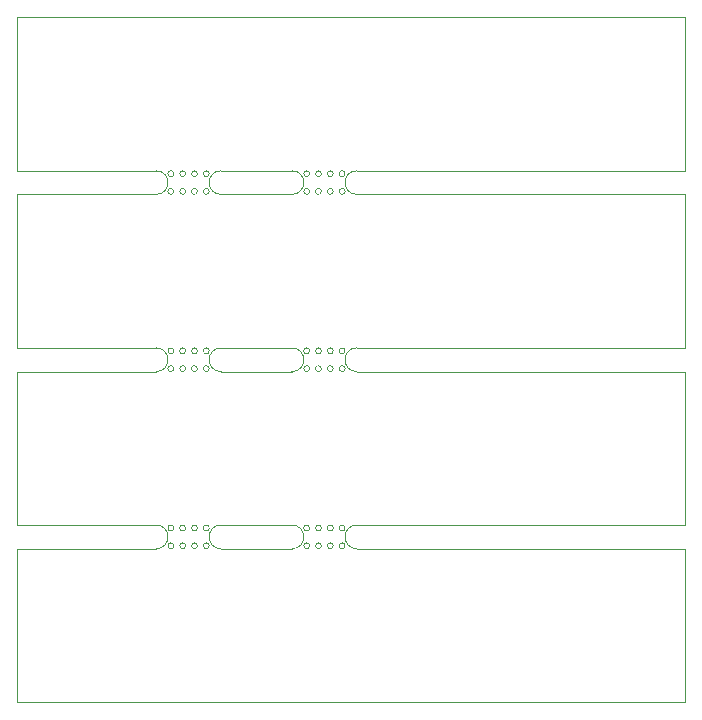
<source format=gbr>
%TF.GenerationSoftware,KiCad,Pcbnew,8.0.5*%
%TF.CreationDate,2025-01-21T13:21:25+01:00*%
%TF.ProjectId,Mk2-relayExtensionTHT,4d6b322d-7265-46c6-9179-457874656e73,rev?*%
%TF.SameCoordinates,Original*%
%TF.FileFunction,Profile,NP*%
%FSLAX46Y46*%
G04 Gerber Fmt 4.6, Leading zero omitted, Abs format (unit mm)*
G04 Created by KiCad (PCBNEW 8.0.5) date 2025-01-21 13:21:25*
%MOMM*%
%LPD*%
G01*
G04 APERTURE LIST*
%TA.AperFunction,Profile*%
%ADD10C,0.100000*%
%TD*%
%TA.AperFunction,Profile*%
%ADD11C,0.120000*%
%TD*%
G04 APERTURE END LIST*
D10*
X120250000Y-100500000D02*
X126250000Y-100500000D01*
X131750000Y-100500000D02*
X159500000Y-100500000D01*
X114750000Y-100500000D02*
X103000000Y-100500000D01*
X120250000Y-85500000D02*
X126250000Y-85500000D01*
X131750000Y-85500000D02*
X159500000Y-85500000D01*
X114750000Y-85500000D02*
X103000000Y-85500000D01*
X120250000Y-55500000D02*
X126250000Y-55500000D01*
X131750000Y-55500000D02*
X159500000Y-55500000D01*
X114750000Y-55500000D02*
X103000000Y-55500000D01*
X114750000Y-100500000D02*
X103000000Y-100500000D01*
X114750000Y-87500000D02*
X103000000Y-87500000D01*
X114750000Y-85500000D02*
X103000000Y-85500000D01*
X114750000Y-72500000D02*
X103000000Y-72500000D01*
X114750000Y-70500000D02*
X103000000Y-70500000D01*
X114750000Y-57500000D02*
X103000000Y-57500000D01*
X114750000Y-55500000D02*
X103000000Y-55500000D01*
X114750000Y-100500000D02*
X159500000Y-100500000D01*
X103000000Y-72500000D02*
X103000000Y-85500000D01*
X120250000Y-72500000D02*
X126250000Y-72500000D01*
X114750000Y-42500000D02*
X159500000Y-42500000D01*
X131750000Y-55500000D02*
X159500000Y-55500000D01*
X131750000Y-72500000D02*
X159500000Y-72500000D01*
X103000000Y-42500000D02*
X103000000Y-55500000D01*
X159500000Y-70500000D02*
X159500000Y-57500000D01*
X131750000Y-70500000D02*
X159500000Y-70500000D01*
X131750000Y-57500000D02*
X159500000Y-57500000D01*
X131750000Y-87500000D02*
X159500000Y-87500000D01*
X120250000Y-57500000D02*
X126250000Y-57500000D01*
X120250000Y-87500000D02*
X126250000Y-87500000D01*
X159500000Y-55500000D02*
X159500000Y-42500000D01*
X159500000Y-100500000D02*
X159500000Y-87500000D01*
X159500000Y-85500000D02*
X159500000Y-72500000D01*
X120250000Y-55500000D02*
X126250000Y-55500000D01*
X114750000Y-42500000D02*
X103000000Y-42500000D01*
X120250000Y-70500000D02*
X126250000Y-70500000D01*
X103000000Y-87500000D02*
X103000000Y-100500000D01*
X120250000Y-85500000D02*
X126250000Y-85500000D01*
X103000000Y-57500000D02*
X103000000Y-70500000D01*
X131750000Y-85500000D02*
X159500000Y-85500000D01*
D11*
%TO.C,REF\u002A\u002A*%
X114750000Y-85500000D02*
G75*
G02*
X114750000Y-87500000I0J-1000000D01*
G01*
X120250000Y-87500000D02*
G75*
G02*
X120250000Y-85500000I0J1000000D01*
G01*
X116250000Y-85750000D02*
G75*
G02*
X115750000Y-85750000I-250000J0D01*
G01*
X115750000Y-85750000D02*
G75*
G02*
X116250000Y-85750000I250000J0D01*
G01*
X116250000Y-87250000D02*
G75*
G02*
X115750000Y-87250000I-250000J0D01*
G01*
X115750000Y-87250000D02*
G75*
G02*
X116250000Y-87250000I250000J0D01*
G01*
X117250000Y-85750000D02*
G75*
G02*
X116750000Y-85750000I-250000J0D01*
G01*
X116750000Y-85750000D02*
G75*
G02*
X117250000Y-85750000I250000J0D01*
G01*
X117250000Y-87250000D02*
G75*
G02*
X116750000Y-87250000I-250000J0D01*
G01*
X116750000Y-87250000D02*
G75*
G02*
X117250000Y-87250000I250000J0D01*
G01*
X118250000Y-85750000D02*
G75*
G02*
X117750000Y-85750000I-250000J0D01*
G01*
X117750000Y-85750000D02*
G75*
G02*
X118250000Y-85750000I250000J0D01*
G01*
X118250000Y-87250000D02*
G75*
G02*
X117750000Y-87250000I-250000J0D01*
G01*
X117750000Y-87250000D02*
G75*
G02*
X118250000Y-87250000I250000J0D01*
G01*
X119250000Y-85750000D02*
G75*
G02*
X118750000Y-85750000I-250000J0D01*
G01*
X118750000Y-85750000D02*
G75*
G02*
X119250000Y-85750000I250000J0D01*
G01*
X119250000Y-87250000D02*
G75*
G02*
X118750000Y-87250000I-250000J0D01*
G01*
X118750000Y-87250000D02*
G75*
G02*
X119250000Y-87250000I250000J0D01*
G01*
X126250000Y-85500000D02*
G75*
G02*
X126250000Y-87500000I0J-1000000D01*
G01*
X131750000Y-87500000D02*
G75*
G02*
X131750000Y-85500000I0J1000000D01*
G01*
X127750000Y-85750000D02*
G75*
G02*
X127250000Y-85750000I-250000J0D01*
G01*
X127250000Y-85750000D02*
G75*
G02*
X127750000Y-85750000I250000J0D01*
G01*
X127750000Y-87250000D02*
G75*
G02*
X127250000Y-87250000I-250000J0D01*
G01*
X127250000Y-87250000D02*
G75*
G02*
X127750000Y-87250000I250000J0D01*
G01*
X128750000Y-85750000D02*
G75*
G02*
X128250000Y-85750000I-250000J0D01*
G01*
X128250000Y-85750000D02*
G75*
G02*
X128750000Y-85750000I250000J0D01*
G01*
X128750000Y-87250000D02*
G75*
G02*
X128250000Y-87250000I-250000J0D01*
G01*
X128250000Y-87250000D02*
G75*
G02*
X128750000Y-87250000I250000J0D01*
G01*
X129750000Y-85750000D02*
G75*
G02*
X129250000Y-85750000I-250000J0D01*
G01*
X129250000Y-85750000D02*
G75*
G02*
X129750000Y-85750000I250000J0D01*
G01*
X129750000Y-87250000D02*
G75*
G02*
X129250000Y-87250000I-250000J0D01*
G01*
X129250000Y-87250000D02*
G75*
G02*
X129750000Y-87250000I250000J0D01*
G01*
X130750000Y-85750000D02*
G75*
G02*
X130250000Y-85750000I-250000J0D01*
G01*
X130250000Y-85750000D02*
G75*
G02*
X130750000Y-85750000I250000J0D01*
G01*
X130750000Y-87250000D02*
G75*
G02*
X130250000Y-87250000I-250000J0D01*
G01*
X130250000Y-87250000D02*
G75*
G02*
X130750000Y-87250000I250000J0D01*
G01*
X114750000Y-70500000D02*
G75*
G02*
X114750000Y-72500000I0J-1000000D01*
G01*
X120250000Y-72500000D02*
G75*
G02*
X120250000Y-70500000I0J1000000D01*
G01*
X116250000Y-70750000D02*
G75*
G02*
X115750000Y-70750000I-250000J0D01*
G01*
X115750000Y-70750000D02*
G75*
G02*
X116250000Y-70750000I250000J0D01*
G01*
X116250000Y-72250000D02*
G75*
G02*
X115750000Y-72250000I-250000J0D01*
G01*
X115750000Y-72250000D02*
G75*
G02*
X116250000Y-72250000I250000J0D01*
G01*
X117250000Y-70750000D02*
G75*
G02*
X116750000Y-70750000I-250000J0D01*
G01*
X116750000Y-70750000D02*
G75*
G02*
X117250000Y-70750000I250000J0D01*
G01*
X117250000Y-72250000D02*
G75*
G02*
X116750000Y-72250000I-250000J0D01*
G01*
X116750000Y-72250000D02*
G75*
G02*
X117250000Y-72250000I250000J0D01*
G01*
X118250000Y-70750000D02*
G75*
G02*
X117750000Y-70750000I-250000J0D01*
G01*
X117750000Y-70750000D02*
G75*
G02*
X118250000Y-70750000I250000J0D01*
G01*
X118250000Y-72250000D02*
G75*
G02*
X117750000Y-72250000I-250000J0D01*
G01*
X117750000Y-72250000D02*
G75*
G02*
X118250000Y-72250000I250000J0D01*
G01*
X119250000Y-70750000D02*
G75*
G02*
X118750000Y-70750000I-250000J0D01*
G01*
X118750000Y-70750000D02*
G75*
G02*
X119250000Y-70750000I250000J0D01*
G01*
X119250000Y-72250000D02*
G75*
G02*
X118750000Y-72250000I-250000J0D01*
G01*
X118750000Y-72250000D02*
G75*
G02*
X119250000Y-72250000I250000J0D01*
G01*
X126250000Y-70500000D02*
G75*
G02*
X126250000Y-72500000I0J-1000000D01*
G01*
X131750000Y-72500000D02*
G75*
G02*
X131750000Y-70500000I0J1000000D01*
G01*
X127750000Y-70750000D02*
G75*
G02*
X127250000Y-70750000I-250000J0D01*
G01*
X127250000Y-70750000D02*
G75*
G02*
X127750000Y-70750000I250000J0D01*
G01*
X127750000Y-72250000D02*
G75*
G02*
X127250000Y-72250000I-250000J0D01*
G01*
X127250000Y-72250000D02*
G75*
G02*
X127750000Y-72250000I250000J0D01*
G01*
X128750000Y-70750000D02*
G75*
G02*
X128250000Y-70750000I-250000J0D01*
G01*
X128250000Y-70750000D02*
G75*
G02*
X128750000Y-70750000I250000J0D01*
G01*
X128750000Y-72250000D02*
G75*
G02*
X128250000Y-72250000I-250000J0D01*
G01*
X128250000Y-72250000D02*
G75*
G02*
X128750000Y-72250000I250000J0D01*
G01*
X129750000Y-70750000D02*
G75*
G02*
X129250000Y-70750000I-250000J0D01*
G01*
X129250000Y-70750000D02*
G75*
G02*
X129750000Y-70750000I250000J0D01*
G01*
X129750000Y-72250000D02*
G75*
G02*
X129250000Y-72250000I-250000J0D01*
G01*
X129250000Y-72250000D02*
G75*
G02*
X129750000Y-72250000I250000J0D01*
G01*
X130750000Y-70750000D02*
G75*
G02*
X130250000Y-70750000I-250000J0D01*
G01*
X130250000Y-70750000D02*
G75*
G02*
X130750000Y-70750000I250000J0D01*
G01*
X130750000Y-72250000D02*
G75*
G02*
X130250000Y-72250000I-250000J0D01*
G01*
X130250000Y-72250000D02*
G75*
G02*
X130750000Y-72250000I250000J0D01*
G01*
X126250000Y-55500000D02*
G75*
G02*
X126250000Y-57500000I0J-1000000D01*
G01*
X131750000Y-57500000D02*
G75*
G02*
X131750000Y-55500000I0J1000000D01*
G01*
X127750000Y-55750000D02*
G75*
G02*
X127250000Y-55750000I-250000J0D01*
G01*
X127250000Y-55750000D02*
G75*
G02*
X127750000Y-55750000I250000J0D01*
G01*
X127750000Y-57250000D02*
G75*
G02*
X127250000Y-57250000I-250000J0D01*
G01*
X127250000Y-57250000D02*
G75*
G02*
X127750000Y-57250000I250000J0D01*
G01*
X128750000Y-55750000D02*
G75*
G02*
X128250000Y-55750000I-250000J0D01*
G01*
X128250000Y-55750000D02*
G75*
G02*
X128750000Y-55750000I250000J0D01*
G01*
X128750000Y-57250000D02*
G75*
G02*
X128250000Y-57250000I-250000J0D01*
G01*
X128250000Y-57250000D02*
G75*
G02*
X128750000Y-57250000I250000J0D01*
G01*
X129750000Y-55750000D02*
G75*
G02*
X129250000Y-55750000I-250000J0D01*
G01*
X129250000Y-55750000D02*
G75*
G02*
X129750000Y-55750000I250000J0D01*
G01*
X129750000Y-57250000D02*
G75*
G02*
X129250000Y-57250000I-250000J0D01*
G01*
X129250000Y-57250000D02*
G75*
G02*
X129750000Y-57250000I250000J0D01*
G01*
X130750000Y-55750000D02*
G75*
G02*
X130250000Y-55750000I-250000J0D01*
G01*
X130250000Y-55750000D02*
G75*
G02*
X130750000Y-55750000I250000J0D01*
G01*
X130750000Y-57250000D02*
G75*
G02*
X130250000Y-57250000I-250000J0D01*
G01*
X130250000Y-57250000D02*
G75*
G02*
X130750000Y-57250000I250000J0D01*
G01*
X114750000Y-55500000D02*
G75*
G02*
X114750000Y-57500000I0J-1000000D01*
G01*
X120250000Y-57500000D02*
G75*
G02*
X120250000Y-55500000I0J1000000D01*
G01*
X116250000Y-55750000D02*
G75*
G02*
X115750000Y-55750000I-250000J0D01*
G01*
X115750000Y-55750000D02*
G75*
G02*
X116250000Y-55750000I250000J0D01*
G01*
X116250000Y-57250000D02*
G75*
G02*
X115750000Y-57250000I-250000J0D01*
G01*
X115750000Y-57250000D02*
G75*
G02*
X116250000Y-57250000I250000J0D01*
G01*
X117250000Y-55750000D02*
G75*
G02*
X116750000Y-55750000I-250000J0D01*
G01*
X116750000Y-55750000D02*
G75*
G02*
X117250000Y-55750000I250000J0D01*
G01*
X117250000Y-57250000D02*
G75*
G02*
X116750000Y-57250000I-250000J0D01*
G01*
X116750000Y-57250000D02*
G75*
G02*
X117250000Y-57250000I250000J0D01*
G01*
X118250000Y-55750000D02*
G75*
G02*
X117750000Y-55750000I-250000J0D01*
G01*
X117750000Y-55750000D02*
G75*
G02*
X118250000Y-55750000I250000J0D01*
G01*
X118250000Y-57250000D02*
G75*
G02*
X117750000Y-57250000I-250000J0D01*
G01*
X117750000Y-57250000D02*
G75*
G02*
X118250000Y-57250000I250000J0D01*
G01*
X119250000Y-55750000D02*
G75*
G02*
X118750000Y-55750000I-250000J0D01*
G01*
X118750000Y-55750000D02*
G75*
G02*
X119250000Y-55750000I250000J0D01*
G01*
X119250000Y-57250000D02*
G75*
G02*
X118750000Y-57250000I-250000J0D01*
G01*
X118750000Y-57250000D02*
G75*
G02*
X119250000Y-57250000I250000J0D01*
G01*
%TD*%
M02*

</source>
